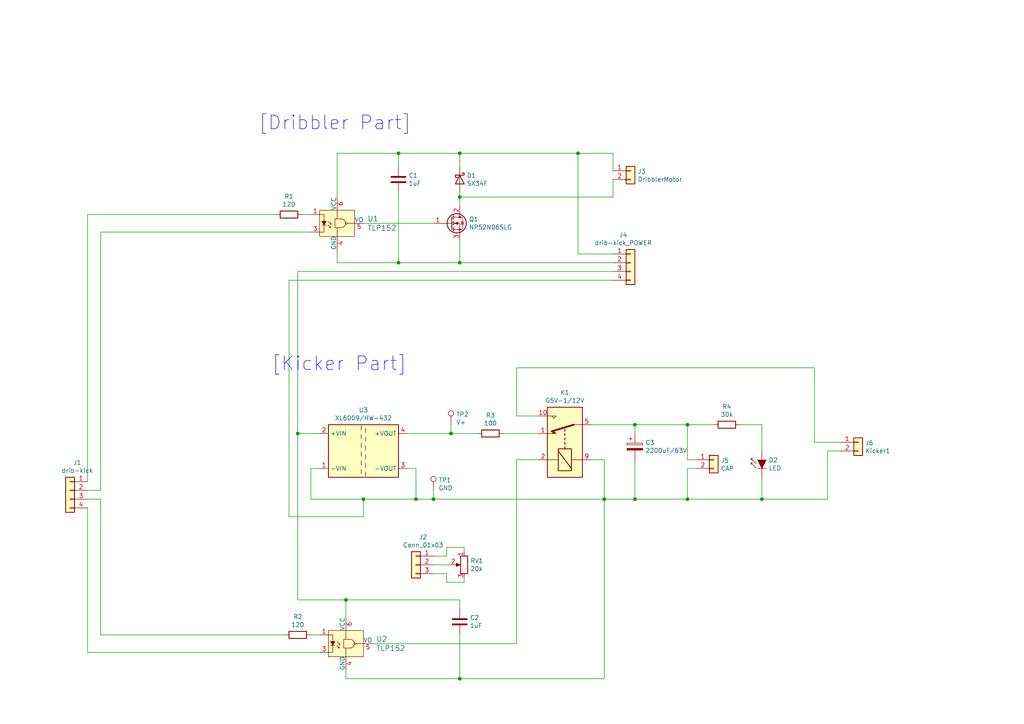
<source format=kicad_sch>
(kicad_sch (version 20211123) (generator eeschema)
  (paper "A4")
  (title_block (title "control board") (date "2021-11-06") (rev "V1.0") (company "Saeki.A"))
  (lib_symbols
    (symbol "1.Robot.prtty:LED" (pin_numbers hide) (pin_names (offset 1.016) hide)
      (property "Reference" "D" (at 0.508 1.778 0))
      (property "Value" "1.Robot.prtty_LED" (at -1.016 -2.794 0))
      (symbol "LED_0_1"
        (polyline (pts (xy -2.54 1.27) (xy -2.54 -1.27)) (stroke (width 0.1524)))
        (polyline (pts (xy 0.381 3.175) (xy -0.127 3.175)))
        (polyline (pts (xy -1.143 1.651) (xy 0.381 3.175) (xy 0.381 2.667)))
        (polyline (pts (xy 0 1.27) (xy -2.54 0) (xy 0 -1.27)) (fill (type outline)))
        (polyline (pts (xy -2.413 1.651) (xy -0.889 3.175) (xy -0.889 2.667) (xy -0.889 3.175) (xy -1.397 3.175)))
      )
      (symbol "LED_1_1"
        (pin passive line (at -5.08 0 0) (length 2.54) (name "K") (number "1"))
        (pin passive line (at 2.54 0 180) (length 2.54) (name "A") (number "2"))
      )
    )
    (symbol "1.Robot.prtty:TLP152" (pin_names (offset 0))
      (property "Reference" "U" (at -7.62 7.62 0))
      (property "Value" "1.Robot.prtty_TLP152" (at 2.54 -5.715 0))
      (symbol "TLP152_0_1"
        (rectangle (start -5.08 3.81) (end 5.08 -3.81) (fill (type background)))
        (polyline (pts (xy -4.445 -0.508) (xy -3.175 -0.508)))
        (polyline (pts (xy -1.905 -1.27) (xy -1.905 -0.889)))
        (polyline (pts (xy -1.778 -0.254) (xy -2.159 -0.254)))
        (polyline (pts (xy -0.635 1.27) (xy 1.27 1.27)))
        (polyline (pts (xy 0 -3.81) (xy 0 -1.27)))
        (polyline (pts (xy 0 3.81) (xy 0 1.27)))
        (polyline (pts (xy 2.921 0) (xy 5.08 0)))
        (polyline (pts (xy -5.08 -2.54) (xy -3.81 -2.54) (xy -3.81 -0.254)))
        (polyline (pts (xy -5.08 2.54) (xy -3.81 2.54) (xy -3.81 0.508)))
        (polyline (pts (xy -2.667 -0.508) (xy -1.905 -1.27) (xy -2.286 -1.27)))
        (polyline (pts (xy -2.54 0.508) (xy -1.778 -0.254) (xy -1.778 0.127)))
        (polyline (pts (xy -0.635 1.27) (xy -0.635 -1.27) (xy 1.27 -1.27)))
        (polyline (pts (xy -4.318 0.635) (xy -3.175 0.635) (xy -3.81 -0.508) (xy -4.445 0.635)) (fill (type outline)))
        (arc (start 1.27 -1.27) (mid 2.4193 0) (end 1.27 1.27))
        (circle (center 2.667 0) (radius 0.2794))
      )
      (symbol "TLP152_1_1"
        (pin passive line (at -7.62 2.54 0) (length 2.54) (name "~") (number "1"))
        (pin passive line (at -7.62 -2.54 0) (length 2.54) (name "~") (number "3"))
        (pin power_in line (at 0 -7.62 90) (length 3.81) (name "GND") (number "4"))
        (pin output line (at 7.62 0 180) (length 2.54) (name "VO") (number "5"))
        (pin power_in line (at 0 7.62 270) (length 3.81) (name "VCC") (number "6"))
      )
    )
    (symbol "Connector:TestPoint" (pin_numbers hide) (pin_names (offset 0.762) hide)
      (property "Reference" "TP" (at 0 6.858 0))
      (property "Value" "TestPoint" (at 0 5.08 0))
      (symbol "TestPoint_0_1"
        (circle (center 0 3.302) (radius 0.762))
      )
      (symbol "TestPoint_1_1"
        (pin passive line (at 0 0 90) (length 2.54) (name "1") (number "1"))
      )
    )
    (symbol "Connector_Generic:Conn_01x02" (pin_names (offset 1.016) hide)
      (property "Reference" "J" (at 0 2.54 0))
      (property "Value" "Conn_01x02" (at 0 -5.08 0))
      (symbol "Conn_01x02_1_1"
        (rectangle (start -1.27 -2.413) (end 0 -2.667) (stroke (width 0.1524)))
        (rectangle (start -1.27 0.127) (end 0 -0.127) (stroke (width 0.1524)))
        (rectangle (start -1.27 1.27) (end 1.27 -3.81) (stroke (width 0.254)) (fill (type background)))
        (pin passive line (at -5.08 0 0) (length 3.81) (name "Pin_1") (number "1"))
        (pin passive line (at -5.08 -2.54 0) (length 3.81) (name "Pin_2") (number "2"))
      )
    )
    (symbol "Connector_Generic:Conn_01x03" (pin_names (offset 1.016) hide)
      (property "Reference" "J" (at 0 5.08 0))
      (property "Value" "Conn_01x03" (at 0 -5.08 0))
      (symbol "Conn_01x03_1_1"
        (rectangle (start -1.27 -2.413) (end 0 -2.667) (stroke (width 0.1524)))
        (rectangle (start -1.27 0.127) (end 0 -0.127) (stroke (width 0.1524)))
        (rectangle (start -1.27 2.667) (end 0 2.413) (stroke (width 0.1524)))
        (rectangle (start -1.27 3.81) (end 1.27 -3.81) (stroke (width 0.254)) (fill (type background)))
        (pin passive line (at -5.08 2.54 0) (length 3.81) (name "Pin_1") (number "1"))
        (pin passive line (at -5.08 0 0) (length 3.81) (name "Pin_2") (number "2"))
        (pin passive line (at -5.08 -2.54 0) (length 3.81) (name "Pin_3") (number "3"))
      )
    )
    (symbol "Connector_Generic:Conn_01x04" (pin_names (offset 1.016) hide)
      (property "Reference" "J" (at 0 5.08 0))
      (property "Value" "Conn_01x04" (at 0 -7.62 0))
      (symbol "Conn_01x04_1_1"
        (rectangle (start -1.27 -4.953) (end 0 -5.207) (stroke (width 0.1524)))
        (rectangle (start -1.27 -2.413) (end 0 -2.667) (stroke (width 0.1524)))
        (rectangle (start -1.27 0.127) (end 0 -0.127) (stroke (width 0.1524)))
        (rectangle (start -1.27 2.667) (end 0 2.413) (stroke (width 0.1524)))
        (rectangle (start -1.27 3.81) (end 1.27 -6.35) (stroke (width 0.254)) (fill (type background)))
        (pin passive line (at -5.08 2.54 0) (length 3.81) (name "Pin_1") (number "1"))
        (pin passive line (at -5.08 0 0) (length 3.81) (name "Pin_2") (number "2"))
        (pin passive line (at -5.08 -2.54 0) (length 3.81) (name "Pin_3") (number "3"))
        (pin passive line (at -5.08 -5.08 0) (length 3.81) (name "Pin_4") (number "4"))
      )
    )
    (symbol "Device:C" (pin_numbers hide) (pin_names (offset 0.254))
      (property "Reference" "C" (at 0.635 2.54 0))
      (property "Value" "C" (at 0.635 -2.54 0))
      (symbol "C_0_1"
        (polyline (pts (xy -2.032 -0.762) (xy 2.032 -0.762)) (stroke (width 0.508)))
        (polyline (pts (xy -2.032 0.762) (xy 2.032 0.762)) (stroke (width 0.508)))
      )
      (symbol "C_1_1"
        (pin passive line (at 0 3.81 270) (length 2.794) (name "~") (number "1"))
        (pin passive line (at 0 -3.81 90) (length 2.794) (name "~") (number "2"))
      )
    )
    (symbol "Device:CP" (pin_numbers hide) (pin_names (offset 0.254))
      (property "Reference" "C" (at 0.635 2.54 0))
      (property "Value" "Device_CP" (at 0.635 -2.54 0))
      (symbol "CP_0_1"
        (rectangle (start -2.286 0.508) (end 2.286 1.016))
        (polyline (pts (xy -1.778 2.286) (xy -0.762 2.286)))
        (polyline (pts (xy -1.27 2.794) (xy -1.27 1.778)))
        (rectangle (start 2.286 -0.508) (end -2.286 -1.016) (fill (type outline)))
      )
      (symbol "CP_1_1"
        (pin passive line (at 0 3.81 270) (length 2.794) (name "~") (number "1"))
        (pin passive line (at 0 -3.81 90) (length 2.794) (name "~") (number "2"))
      )
    )
    (symbol "Device:D_Schottky" (pin_numbers hide) (pin_names (offset 1.016) hide)
      (property "Reference" "D" (at 0 2.54 0))
      (property "Value" "D_Schottky" (at 0 -2.54 0))
      (symbol "D_Schottky_0_1"
        (polyline (pts (xy 1.27 0) (xy -1.27 0)))
        (polyline (pts (xy 1.27 1.27) (xy 1.27 -1.27) (xy -1.27 0) (xy 1.27 1.27)) (stroke (width 0.254)))
        (polyline (pts (xy -1.905 0.635) (xy -1.905 1.27) (xy -1.27 1.27) (xy -1.27 -1.27) (xy -0.635 -1.27) (xy -0.635 -0.635)) (stroke (width 0.254)))
      )
      (symbol "D_Schottky_1_1"
        (pin passive line (at -3.81 0 0) (length 2.54) (name "K") (number "1"))
        (pin passive line (at 3.81 0 180) (length 2.54) (name "A") (number "2"))
      )
    )
    (symbol "Device:R" (pin_numbers hide) (pin_names (offset 0))
      (property "Reference" "R" (at 2.032 0 90))
      (property "Value" "R" (at 0 0 90))
      (symbol "R_0_1"
        (rectangle (start -1.016 -2.54) (end 1.016 2.54) (stroke (width 0.254)))
      )
      (symbol "R_1_1"
        (pin passive line (at 0 3.81 270) (length 1.27) (name "~") (number "1"))
        (pin passive line (at 0 -3.81 90) (length 1.27) (name "~") (number "2"))
      )
    )
    (symbol "Device:R_POT" (pin_names (offset 1.016) hide)
      (property "Reference" "RV" (at -4.445 0 90))
      (property "Value" "Device_R_POT" (at -2.54 0 90))
      (symbol "R_POT_0_1"
        (polyline (pts (xy 2.54 0) (xy 1.524 0)))
        (polyline (pts (xy 1.143 0) (xy 2.286 0.508) (xy 2.286 -0.508) (xy 1.143 0)) (fill (type outline)))
        (rectangle (start 1.016 2.54) (end -1.016 -2.54) (stroke (width 0.254)))
      )
      (symbol "R_POT_1_1"
        (pin passive line (at 0 3.81 270) (length 1.27) (name "1") (number "1"))
        (pin passive line (at 3.81 0 180) (length 1.27) (name "2") (number "2"))
        (pin passive line (at 0 -3.81 90) (length 1.27) (name "3") (number "3"))
      )
    )
    (symbol "Kikker20200725-rescue:TLP157-Akizuki" (pin_names (offset 0))
      (property "Reference" "U" (at -7.62 7.62 0))
      (property "Value" "Kikker20200725-rescue_TLP157-Akizuki" (at 2.54 -5.715 0))
      (symbol "TLP157-Akizuki_0_1"
        (rectangle (start -5.08 3.81) (end 5.08 -3.81) (fill (type background)))
        (polyline (pts (xy -4.445 -0.508) (xy -3.175 -0.508)))
        (polyline (pts (xy -1.905 -1.27) (xy -1.905 -0.889)))
        (polyline (pts (xy -1.778 -0.254) (xy -2.159 -0.254)))
        (polyline (pts (xy -0.635 1.27) (xy 1.27 1.27)))
        (polyline (pts (xy 0 -3.81) (xy 0 -1.27)))
        (polyline (pts (xy 0 3.81) (xy 0 1.27)))
        (polyline (pts (xy 2.921 0) (xy 5.08 0)))
        (polyline (pts (xy -5.08 -2.54) (xy -3.81 -2.54) (xy -3.81 -0.254)))
        (polyline (pts (xy -5.08 2.54) (xy -3.81 2.54) (xy -3.81 0.508)))
        (polyline (pts (xy -2.667 -0.508) (xy -1.905 -1.27) (xy -2.286 -1.27)))
        (polyline (pts (xy -2.54 0.508) (xy -1.778 -0.254) (xy -1.778 0.127)))
        (polyline (pts (xy -0.635 1.27) (xy -0.635 -1.27) (xy 1.27 -1.27)))
        (polyline (pts (xy -4.318 0.635) (xy -3.175 0.635) (xy -3.81 -0.508) (xy -4.445 0.635)) (fill (type outline)))
        (arc (start 1.27 -1.27) (mid 2.4193 0) (end 1.27 1.27))
        (circle (center 2.667 0) (radius 0.2794))
      )
      (symbol "TLP157-Akizuki_1_1"
        (pin passive line (at -7.62 2.54 0) (length 2.54) (name "~") (number "1"))
        (pin passive line (at -7.62 -2.54 0) (length 2.54) (name "~") (number "3"))
        (pin power_in line (at 0 -7.62 90) (length 3.81) (name "GND") (number "4"))
        (pin output line (at 7.62 0 180) (length 2.54) (name "VO") (number "5"))
        (pin power_in line (at 0 7.62 270) (length 3.81) (name "VCC") (number "6"))
      )
    )
    (symbol "Regulator_Switching:CRE1S0305S3C"
      (property "Reference" "U" (at -8.89 8.89 0))
      (property "Value" "CRE1S0305S3C" (at 2.54 8.89 0))
      (symbol "CRE1S0305S3C_0_1"
        (rectangle (start -10.16 7.62) (end 10.16 -7.62) (stroke (width 0.254)) (fill (type background)))
        (polyline (pts (xy -0.635 -5.334) (xy -0.635 -6.604)))
        (polyline (pts (xy -0.635 -2.794) (xy -0.635 -4.064)))
        (polyline (pts (xy -0.635 -0.254) (xy -0.635 -1.524)))
        (polyline (pts (xy -0.635 2.286) (xy -0.635 1.016)))
        (polyline (pts (xy -0.635 4.826) (xy -0.635 3.556)))
        (polyline (pts (xy -0.635 7.366) (xy -0.635 6.096)))
        (polyline (pts (xy 0.635 -7.366) (xy 0.635 -6.096)))
        (polyline (pts (xy 0.635 -4.826) (xy 0.635 -3.556)))
        (polyline (pts (xy 0.635 -2.286) (xy 0.635 -1.016)))
        (polyline (pts (xy 0.635 0.254) (xy 0.635 1.524)))
        (polyline (pts (xy 0.635 2.794) (xy 0.635 4.064)))
        (polyline (pts (xy 0.635 5.334) (xy 0.635 6.604)))
      )
      (symbol "CRE1S0305S3C_1_1"
        (pin power_in line (at -12.7 -5.08 0) (length 2.54) (name "-VIN") (number "1"))
        (pin power_in line (at -12.7 5.08 0) (length 2.54) (name "+VIN") (number "2"))
        (pin power_out line (at 12.7 -5.08 180) (length 2.54) (name "-VOUT") (number "3"))
        (pin power_out line (at 12.7 5.08 180) (length 2.54) (name "+VOUT") (number "4"))
      )
    )
    (symbol "Relay:G5V-1"
      (property "Reference" "K" (at 11.43 3.81 0))
      (property "Value" "G5V-1" (at 11.43 1.27 0))
      (symbol "G5V-1_0_0"
        (polyline (pts (xy 7.62 5.08) (xy 7.62 2.54) (xy 6.985 3.175) (xy 7.62 3.81)))
      )
      (symbol "G5V-1_0_1"
        (rectangle (start -10.16 5.08) (end 10.16 -5.08) (stroke (width 0.254)) (fill (type background)))
        (rectangle (start -8.255 1.905) (end -1.905 -1.905) (stroke (width 0.254)))
        (polyline (pts (xy -7.62 -1.905) (xy -2.54 1.905)) (stroke (width 0.254)))
        (polyline (pts (xy -5.08 -5.08) (xy -5.08 -1.905)))
        (polyline (pts (xy -5.08 5.08) (xy -5.08 1.905)))
        (polyline (pts (xy -1.905 0) (xy -1.27 0)) (stroke (width 0.254)))
        (polyline (pts (xy -0.635 0) (xy 0 0)) (stroke (width 0.254)))
        (polyline (pts (xy 0.635 0) (xy 1.27 0)) (stroke (width 0.254)))
        (polyline (pts (xy 1.905 0) (xy 2.54 0)) (stroke (width 0.254)))
        (polyline (pts (xy 3.175 0) (xy 3.81 0)) (stroke (width 0.254)))
        (polyline (pts (xy 5.08 -2.54) (xy 3.175 3.81)) (stroke (width 0.508)))
        (polyline (pts (xy 5.08 -2.54) (xy 5.08 -5.08)))
        (polyline (pts (xy 2.54 5.08) (xy 2.54 2.54) (xy 3.175 3.175) (xy 2.54 3.81)) (fill (type outline)))
      )
      (symbol "G5V-1_1_1"
        (pin passive line (at 2.54 7.62 270) (length 2.54) (name "~") (number "1"))
        (pin passive line (at 7.62 7.62 270) (length 2.54) (name "~") (number "10"))
        (pin passive line (at -5.08 7.62 270) (length 2.54) (name "~") (number "2"))
        (pin passive line (at 5.08 -7.62 90) (length 2.54) (name "~") (number "5"))
        (pin passive line (at 5.08 -7.62 90) (length 2.54) hide (name "~") (number "6"))
        (pin passive line (at -5.08 -7.62 90) (length 2.54) (name "~") (number "9"))
      )
    )
    (symbol "Transistor_FET:NP52N06SLG" (pin_names hide)
      (property "Reference" "Q" (at 5.08 1.905 0))
      (property "Value" "Transistor_FET_NP52N06SLG" (at 5.08 0 0))
      (symbol "NP52N06SLG_0_1"
        (polyline (pts (xy 0.254 0) (xy -2.54 0)))
        (polyline (pts (xy 0.254 1.905) (xy 0.254 -1.905)) (stroke (width 0.254)))
        (polyline (pts (xy 0.762 -1.27) (xy 0.762 -2.286)) (stroke (width 0.254)))
        (polyline (pts (xy 0.762 0.508) (xy 0.762 -0.508)) (stroke (width 0.254)))
        (polyline (pts (xy 0.762 2.286) (xy 0.762 1.27)) (stroke (width 0.254)))
        (polyline (pts (xy 2.54 2.54) (xy 2.54 1.778)))
        (polyline (pts (xy 2.54 -2.54) (xy 2.54 0) (xy 0.762 0)))
        (polyline (pts (xy 0.762 -1.778) (xy 3.302 -1.778) (xy 3.302 1.778) (xy 0.762 1.778)))
        (polyline (pts (xy 1.016 0) (xy 2.032 0.381) (xy 2.032 -0.381) (xy 1.016 0)) (fill (type outline)))
        (polyline (pts (xy 2.794 0.508) (xy 2.921 0.381) (xy 3.683 0.381) (xy 3.81 0.254)))
        (polyline (pts (xy 3.302 0.381) (xy 2.921 -0.254) (xy 3.683 -0.254) (xy 3.302 0.381)))
        (circle (center 1.651 0) (radius 2.794) (stroke (width 0.254)))
        (circle (center 2.54 -1.778) (radius 0.254) (fill (type outline)))
        (circle (center 2.54 1.778) (radius 0.254) (fill (type outline)))
      )
      (symbol "NP52N06SLG_1_1"
        (pin input line (at -5.08 0 0) (length 2.54) (name "G") (number "1"))
        (pin passive line (at 2.54 5.08 270) (length 2.54) (name "D") (number "2"))
        (pin passive line (at 2.54 -5.08 90) (length 2.54) (name "S") (number "3"))
      )
    )
  )
  (junction (at 220.98 144.78))
  (junction (at 199.39 144.78))
  (junction (at 133.35 57.15))
  (junction (at 125.73 144.78))
  (junction (at 184.15 144.78))
  (junction (at 115.57 44.45))
  (junction (at 120.65 144.78))
  (junction (at 167.64 44.45))
  (junction (at 133.35 196.85))
  (junction (at 100.33 173.99))
  (junction (at 199.39 123.19))
  (junction (at 105.41 144.78))
  (junction (at 133.35 76.2))
  (junction (at 86.36 125.73))
  (junction (at 130.81 125.73))
  (junction (at 175.26 144.78))
  (junction (at 184.15 123.19))
  (junction (at 133.35 44.45))
  (junction (at 115.57 76.2))
  (wire (pts (xy 25.4 142.24) (xy 29.21 142.24)))
  (wire (pts (xy 29.21 144.78) (xy 29.21 184.15)))
  (wire (pts (xy 133.35 59.69) (xy 133.35 57.15)))
  (wire (pts (xy 105.41 144.78) (xy 105.41 149.86)))
  (wire (pts (xy 120.65 135.89) (xy 118.11 135.89)))
  (wire (pts (xy 125.73 161.29) (xy 129.54 161.29)))
  (wire (pts (xy 133.35 173.99) (xy 133.35 176.53)))
  (wire (pts (xy 175.26 133.35) (xy 171.45 133.35)))
  (wire (pts (xy 175.26 144.78) (xy 175.26 196.85)))
  (wire (pts (xy 100.33 173.99) (xy 100.33 179.07)))
  (wire (pts (xy 133.35 57.15) (xy 177.8 57.15)))
  (wire (pts (xy 29.21 142.24) (xy 29.21 67.31)))
  (wire (pts (xy 107.95 186.69) (xy 149.86 186.69)))
  (wire (pts (xy 149.86 106.68) (xy 236.22 106.68)))
  (wire (pts (xy 184.15 144.78) (xy 199.39 144.78)))
  (wire (pts (xy 115.57 44.45) (xy 115.57 48.26)))
  (wire (pts (xy 175.26 144.78) (xy 184.15 144.78)))
  (wire (pts (xy 92.71 135.89) (xy 90.17 135.89)))
  (wire (pts (xy 97.79 44.45) (xy 115.57 44.45)))
  (wire (pts (xy 86.36 78.74) (xy 86.36 125.73)))
  (wire (pts (xy 29.21 184.15) (xy 82.55 184.15)))
  (wire (pts (xy 146.05 125.73) (xy 156.21 125.73)))
  (wire (pts (xy 156.21 120.65) (xy 149.86 120.65)))
  (wire (pts (xy 97.79 57.15) (xy 97.79 44.45)))
  (wire (pts (xy 90.17 184.15) (xy 92.71 184.15)))
  (wire (pts (xy 100.33 173.99) (xy 133.35 173.99)))
  (wire (pts (xy 177.8 78.74) (xy 86.36 78.74)))
  (wire (pts (xy 134.62 168.91) (xy 134.62 167.64)))
  (wire (pts (xy 171.45 123.19) (xy 184.15 123.19)))
  (wire (pts (xy 25.4 189.23) (xy 25.4 147.32)))
  (wire (pts (xy 133.35 44.45) (xy 167.64 44.45)))
  (wire (pts (xy 25.4 144.78) (xy 29.21 144.78)))
  (wire (pts (xy 83.82 149.86) (xy 105.41 149.86)))
  (wire (pts (xy 214.63 123.19) (xy 220.98 123.19)))
  (wire (pts (xy 184.15 123.19) (xy 199.39 123.19)))
  (wire (pts (xy 125.73 163.83) (xy 130.81 163.83)))
  (wire (pts (xy 29.21 67.31) (xy 90.17 67.31)))
  (wire (pts (xy 236.22 128.27) (xy 243.84 128.27)))
  (wire (pts (xy 133.35 76.2) (xy 133.35 69.85)))
  (wire (pts (xy 120.65 144.78) (xy 125.73 144.78)))
  (wire (pts (xy 115.57 76.2) (xy 133.35 76.2)))
  (wire (pts (xy 129.54 158.75) (xy 134.62 158.75)))
  (wire (pts (xy 133.35 196.85) (xy 175.26 196.85)))
  (wire (pts (xy 134.62 158.75) (xy 134.62 160.02)))
  (wire (pts (xy 125.73 144.78) (xy 175.26 144.78)))
  (wire (pts (xy 115.57 55.88) (xy 115.57 76.2)))
  (wire (pts (xy 100.33 196.85) (xy 133.35 196.85)))
  (wire (pts (xy 105.41 64.77) (xy 125.73 64.77)))
  (wire (pts (xy 199.39 144.78) (xy 220.98 144.78)))
  (wire (pts (xy 115.57 44.45) (xy 133.35 44.45)))
  (wire (pts (xy 201.93 135.89) (xy 199.39 135.89)))
  (wire (pts (xy 133.35 184.15) (xy 133.35 196.85)))
  (wire (pts (xy 199.39 123.19) (xy 199.39 133.35)))
  (wire (pts (xy 220.98 144.78) (xy 240.03 144.78)))
  (wire (pts (xy 130.81 123.19) (xy 130.81 125.73)))
  (wire (pts (xy 199.39 135.89) (xy 199.39 144.78)))
  (wire (pts (xy 83.82 149.86) (xy 83.82 81.28)))
  (wire (pts (xy 199.39 123.19) (xy 207.01 123.19)))
  (wire (pts (xy 175.26 144.78) (xy 175.26 133.35)))
  (wire (pts (xy 86.36 125.73) (xy 86.36 173.99)))
  (wire (pts (xy 118.11 125.73) (xy 130.81 125.73)))
  (wire (pts (xy 149.86 133.35) (xy 156.21 133.35)))
  (wire (pts (xy 90.17 135.89) (xy 90.17 144.78)))
  (wire (pts (xy 129.54 166.37) (xy 129.54 168.91)))
  (wire (pts (xy 177.8 44.45) (xy 177.8 49.53)))
  (wire (pts (xy 129.54 168.91) (xy 134.62 168.91)))
  (wire (pts (xy 25.4 139.7) (xy 25.4 62.23)))
  (wire (pts (xy 177.8 52.07) (xy 177.8 57.15)))
  (wire (pts (xy 97.79 72.39) (xy 97.79 76.2)))
  (wire (pts (xy 240.03 130.81) (xy 240.03 144.78)))
  (wire (pts (xy 149.86 120.65) (xy 149.86 106.68)))
  (wire (pts (xy 220.98 123.19) (xy 220.98 130.81)))
  (wire (pts (xy 133.35 76.2) (xy 177.8 76.2)))
  (wire (pts (xy 25.4 189.23) (xy 92.71 189.23)))
  (wire (pts (xy 236.22 106.68) (xy 236.22 128.27)))
  (wire (pts (xy 125.73 142.24) (xy 125.73 144.78)))
  (wire (pts (xy 105.41 144.78) (xy 120.65 144.78)))
  (wire (pts (xy 87.63 62.23) (xy 90.17 62.23)))
  (wire (pts (xy 184.15 133.35) (xy 184.15 144.78)))
  (wire (pts (xy 100.33 194.31) (xy 100.33 196.85)))
  (wire (pts (xy 125.73 166.37) (xy 129.54 166.37)))
  (wire (pts (xy 149.86 133.35) (xy 149.86 186.69)))
  (wire (pts (xy 97.79 76.2) (xy 115.57 76.2)))
  (wire (pts (xy 86.36 125.73) (xy 92.71 125.73)))
  (wire (pts (xy 220.98 138.43) (xy 220.98 144.78)))
  (wire (pts (xy 129.54 161.29) (xy 129.54 158.75)))
  (wire (pts (xy 120.65 144.78) (xy 120.65 135.89)))
  (wire (pts (xy 167.64 73.66) (xy 177.8 73.66)))
  (wire (pts (xy 86.36 173.99) (xy 100.33 173.99)))
  (wire (pts (xy 130.81 125.73) (xy 138.43 125.73)))
  (wire (pts (xy 133.35 48.26) (xy 133.35 44.45)))
  (wire (pts (xy 90.17 144.78) (xy 105.41 144.78)))
  (wire (pts (xy 243.84 130.81) (xy 240.03 130.81)))
  (wire (pts (xy 199.39 133.35) (xy 201.93 133.35)))
  (wire (pts (xy 167.64 44.45) (xy 167.64 73.66)))
  (wire (pts (xy 184.15 123.19) (xy 184.15 125.73)))
  (wire (pts (xy 133.35 57.15) (xy 133.35 55.88)))
  (wire (pts (xy 83.82 81.28) (xy 177.8 81.28)))
  (wire (pts (xy 25.4 62.23) (xy 80.01 62.23)))
  (wire (pts (xy 167.64 44.45) (xy 177.8 44.45)))
  (text "[Kicker Part]" (at 78.74 107.95 0) (effects (font (size 3.9878 3.9878)) (justify left bottom)))
  (text "[Dribbler Part]" (at 74.93 38.1 0) (effects (font (size 3.9878 3.9878)) (justify left bottom)))
  (symbol (lib_id "Device:C") (at 115.57 52.07 0) (unit 1)
    (property "Reference" "C1" (at 118.491 50.9016 0) (effects (justify left)))
    (property "Value" "1uF" (at 118.491 53.213 0) (effects (justify left)))
    (property "Footprint" "Capacitor_SMD:C_0603_1608Metric_Pad1.08x0.95mm_HandSolder" (effects hide))
  )
  (symbol (lib_id "Kikker20200725-rescue:TLP157-Akizuki") (at 100.33 186.69 0) (unit 1)
    (property "Reference" "U2" (at 109.0676 185.3438 0) (effects (font (size 1.524 1.524)) (justify left)))
    (property "Value" "TLP152" (at 109.0676 188.0362 0) (effects (font (size 1.524 1.524)) (justify left)))
    (property "Footprint" "0.main.robot:TLP152" (effects hide))
  )
  (symbol (lib_id "Device:D_Schottky") (at 133.35 52.07 270) (unit 1)
    (property "Reference" "D1" (at 135.3566 50.9016 90) (effects (justify left)))
    (property "Value" "SX34F" (at 135.3566 53.213 90) (effects (justify left)))
    (property "Footprint" "Diode_SMD:D_SMA" (effects hide))
  )
  (symbol (lib_id "Connector:TestPoint") (at 125.73 142.24 0) (unit 1)
    (property "Reference" "TP1" (at 127.2032 139.2428 0) (effects (justify left)))
    (property "Value" "GND" (at 127.2032 141.5542 0) (effects (justify left)))
    (property "Footprint" "TestPoint:TestPoint_Loop_D2.60mm_Drill0.9mm_Beaded" (effects hide))
  )
  (symbol (lib_id "Device:R") (at 83.82 62.23 270) (unit 1)
    (property "Reference" "R1" (at 83.82 56.9722 90))
    (property "Value" "120" (at 83.82 59.2836 90))
    (property "Footprint" "Resistor_SMD:R_0603_1608Metric_Pad0.98x0.95mm_HandSolder" (effects hide))
  )
  (symbol (lib_id "Device:R") (at 86.36 184.15 270) (unit 1)
    (property "Reference" "R2" (at 86.36 178.8922 90))
    (property "Value" "120" (at 86.36 181.2036 90))
    (property "Footprint" "Resistor_SMD:R_0603_1608Metric_Pad0.98x0.95mm_HandSolder" (effects hide))
  )
  (symbol (lib_id "Device:C") (at 133.35 180.34 0) (unit 1)
    (property "Reference" "C2" (at 136.271 179.1716 0) (effects (justify left)))
    (property "Value" "1uF" (at 136.271 181.483 0) (effects (justify left)))
    (property "Footprint" "Capacitor_SMD:C_0603_1608Metric_Pad1.08x0.95mm_HandSolder" (effects hide))
  )
  (symbol (lib_id "Connector_Generic:Conn_01x02") (at 207.01 133.35 0) (unit 1)
    (property "Reference" "J5" (at 209.042 133.5532 0) (effects (justify left)))
    (property "Value" "CAP" (at 209.042 135.8646 0) (effects (justify left)))
    (property "Footprint" "Connector_JST:JST_XH_B2B-XH-A_1x02_P2.50mm_Vertical" (effects hide))
  )
  (symbol (lib_id "Connector_Generic:Conn_01x04") (at 182.88 76.2 0) (unit 1)
    (property "Reference" "J4" (at 180.7972 68.1482 0))
    (property "Value" "drib-kick_POWER" (at 180.7972 70.4596 0))
    (property "Footprint" "Connector_PinHeader_2.54mm:PinHeader_1x04_P2.54mm_Vertical" (effects hide))
  )
  (symbol (lib_id "Connector:TestPoint") (at 130.81 123.19 0) (unit 1)
    (property "Reference" "TP2" (at 132.2832 120.1928 0) (effects (justify left)))
    (property "Value" "V+" (at 132.2832 122.5042 0) (effects (justify left)))
    (property "Footprint" "TestPoint:TestPoint_Loop_D2.60mm_Drill0.9mm_Beaded" (effects hide))
  )
  (symbol (lib_id "Connector_Generic:Conn_01x02") (at 248.92 128.27 0) (unit 1)
    (property "Reference" "J6" (at 250.952 128.4732 0) (effects (justify left)))
    (property "Value" "Kicker1" (at 250.952 130.7846 0) (effects (justify left)))
    (property "Footprint" "Connector_JST:JST_XH_B2B-XH-A_1x02_P2.50mm_Vertical" (effects hide))
  )
  (symbol (lib_id "Device:R") (at 210.82 123.19 90) (unit 1)
    (property "Reference" "R4" (at 210.82 117.9322 90))
    (property "Value" "30k" (at 210.82 120.2436 90))
    (property "Footprint" "Resistor_THT:R_Axial_DIN0204_L3.6mm_D1.6mm_P5.08mm_Horizontal" (effects hide))
  )
  (symbol (lib_id "1.Robot.prtty:TLP152") (at 97.79 64.77 0) (unit 1)
    (property "Reference" "U1" (at 106.5276 63.4238 0) (effects (font (size 1.524 1.524)) (justify left)))
    (property "Value" "TLP152" (at 106.5276 66.1162 0) (effects (font (size 1.524 1.524)) (justify left)))
    (property "Footprint" "0.main.robot:TLP152" (effects hide))
  )
  (symbol (lib_id "Connector_Generic:Conn_01x02") (at 182.88 49.53 0) (unit 1)
    (property "Reference" "J3" (at 184.912 49.7332 0) (effects (justify left)))
    (property "Value" "DribblerMotor" (at 184.912 52.0446 0) (effects (justify left)))
    (property "Footprint" "Connector_JST:JST_XH_B2B-XH-A_1x02_P2.50mm_Vertical" (effects hide))
  )
  (symbol (lib_id "Connector_Generic:Conn_01x04") (at 20.32 142.24 0) (mirror y) (unit 1)
    (property "Reference" "J1" (at 22.4028 134.1882 0))
    (property "Value" "drib-kick" (at 22.4028 136.4996 0))
    (property "Footprint" "Connector_PinHeader_2.54mm:PinHeader_1x04_P2.54mm_Vertical" (effects hide))
  )
  (symbol (lib_id "Device:R") (at 142.24 125.73 270) (unit 1)
    (property "Reference" "R3" (at 142.24 120.4722 90))
    (property "Value" "100" (at 142.24 122.7836 90))
    (property "Footprint" "Resistor_THT:R_Axial_DIN0411_L9.9mm_D3.6mm_P20.32mm_Horizontal" (effects hide))
  )
  (symbol (lib_id "Device:R_POT") (at 134.62 163.83 0) (mirror y) (unit 1)
    (property "Reference" "RV1" (at 136.398 162.6616 0) (effects (justify right)))
    (property "Value" "20k" (at 136.398 164.973 0) (effects (justify right)))
    (property "Footprint" "0.main.robot:Trim-GF063X" (effects hide))
  )
  (symbol (lib_id "Transistor_FET:NP52N06SLG") (at 130.81 64.77 0) (unit 1)
    (property "Reference" "Q1" (at 136.017 63.6016 0) (effects (justify left)))
    (property "Value" "NP52N06SLG" (at 136.017 65.913 0) (effects (justify left)))
    (property "Footprint" "Package_TO_SOT_SMD:TO-252-2" (effects hide))
    (property "Datasheet" "https://www.infineon.com/dgdl/Infineon-IPD50R380CE-DS-v02_01-en.pdf?fileId=db3a30433ecb86d4013ed0a2ef580f38" (effects hide))
  )
  (symbol (lib_id "Connector_Generic:Conn_01x03") (at 120.65 163.83 0) (mirror y) (unit 1)
    (property "Reference" "J2" (at 122.7328 155.7782 0))
    (property "Value" "Conn_01x03" (at 122.7328 158.0896 0))
    (property "Footprint" "Connector_PinHeader_2.54mm:PinHeader_1x03_P2.54mm_Vertical" (effects hide))
  )
  (symbol (lib_id "Device:CP") (at 184.15 129.54 0) (unit 1)
    (property "Reference" "C3" (at 187.1472 128.3716 0) (effects (justify left)))
    (property "Value" "2200uF/63V" (at 187.1472 130.683 0) (effects (justify left)))
    (property "Footprint" "Capacitor_THT:CP_Radial_D16.0mm_P7.50mm" (effects hide))
  )
  (symbol (lib_id "Regulator_Switching:CRE1S0305S3C") (at 105.41 130.81 0) (unit 1)
    (property "Reference" "U3" (at 105.41 118.9482 0))
    (property "Value" "XL6009/HW-432" (at 105.41 121.2596 0))
    (property "Footprint" "0.main.robot:XL6009_HW432" (effects hide))
    (property "Datasheet" "http://power.murata.com/datasheet?/data/power/ncl/kdc_cre1.pdf" (effects hide))
  )
  (symbol (lib_id "Relay:G5V-1") (at 163.83 128.27 90) (unit 1)
    (property "Reference" "K1" (at 163.83 113.8682 90))
    (property "Value" "G5V-1/12V" (at 163.83 116.1796 90))
    (property "Footprint" "Relay_THT:Relay_SPDT_Omron_G5V-1" (effects hide))
    (property "Datasheet" "http://omronfs.omron.com/en_US/ecb/products/pdf/en-g5v_1.pdf" (effects hide))
  )
  (symbol (lib_id "1.Robot.prtty:LED") (at 220.98 133.35 90) (unit 1)
    (property "Reference" "D2" (at 222.9358 133.4516 90) (effects (justify right)))
    (property "Value" "LED" (at 222.9358 135.763 90) (effects (justify right)))
    (property "Footprint" "LED_SMD:LED_0603_1608Metric_Pad1.05x0.95mm_HandSolder" (effects hide))
  )
)
</source>
